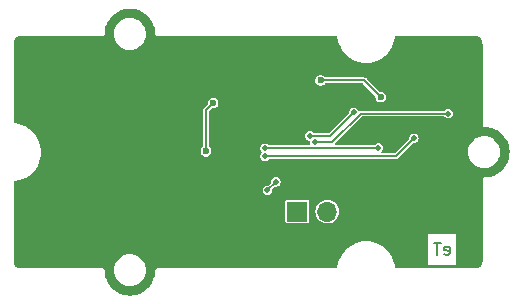
<source format=gbr>
%TF.GenerationSoftware,KiCad,Pcbnew,(6.0.0)*%
%TF.CreationDate,2022-11-23T19:14:59+00:00*%
%TF.ProjectId,Grove-Spectra,47726f76-652d-4537-9065-637472612e6b,A*%
%TF.SameCoordinates,Original*%
%TF.FileFunction,Copper,L2,Bot*%
%TF.FilePolarity,Positive*%
%FSLAX46Y46*%
G04 Gerber Fmt 4.6, Leading zero omitted, Abs format (unit mm)*
G04 Created by KiCad (PCBNEW (6.0.0)) date 2022-11-23 19:14:59*
%MOMM*%
%LPD*%
G01*
G04 APERTURE LIST*
%ADD10C,0.150000*%
%TA.AperFunction,NonConductor*%
%ADD11C,0.150000*%
%TD*%
%TA.AperFunction,ComponentPad*%
%ADD12R,1.700000X1.700000*%
%TD*%
%TA.AperFunction,ComponentPad*%
%ADD13O,1.700000X1.700000*%
%TD*%
%TA.AperFunction,ViaPad*%
%ADD14C,0.600000*%
%TD*%
%TA.AperFunction,ViaPad*%
%ADD15C,0.500000*%
%TD*%
%TA.AperFunction,Conductor*%
%ADD16C,0.200000*%
%TD*%
%TA.AperFunction,Conductor*%
%ADD17C,0.150000*%
%TD*%
G04 APERTURE END LIST*
D10*
D11*
X156890476Y-97204761D02*
X156985714Y-97252380D01*
X157176190Y-97252380D01*
X157271428Y-97204761D01*
X157319047Y-97109523D01*
X157319047Y-96728571D01*
X157271428Y-96633333D01*
X157176190Y-96585714D01*
X156985714Y-96585714D01*
X156890476Y-96633333D01*
X156842857Y-96728571D01*
X156842857Y-96823809D01*
X157319047Y-96919047D01*
X156557142Y-96252380D02*
X155985714Y-96252380D01*
X156271428Y-97252380D02*
X156271428Y-96252380D01*
D12*
%TO.P,J2,1,Pin_1*%
%TO.N,+3V3*%
X144425000Y-93600000D03*
D13*
%TO.P,J2,2,Pin_2*%
%TO.N,/LDR*%
X146965000Y-93600000D03*
%TD*%
D14*
%TO.N,+3V3*%
X137300000Y-84400000D03*
X136700000Y-88500000D03*
%TO.N,GND*%
X145900000Y-85400000D03*
X146300000Y-81400000D03*
X136800000Y-95300000D03*
X154400000Y-89800000D03*
X150200000Y-89500000D03*
%TO.N,+1V8*%
X151500000Y-83900000D03*
X146400000Y-82500000D03*
D15*
%TO.N,/GPIO_0*%
X142615700Y-91084300D03*
X141900000Y-91800000D03*
%TO.N,/GPIO_1*%
X157200000Y-85300000D03*
X145900000Y-87700000D03*
%TO.N,/GPIO_2*%
X149200000Y-85200000D03*
X145494259Y-87192824D03*
%TO.N,SCL*%
X151300000Y-88200000D03*
X141700000Y-88250497D03*
%TO.N,SDA*%
X141700000Y-88900000D03*
X154300000Y-87400000D03*
%TD*%
D16*
%TO.N,+3V3*%
X136700000Y-88500000D02*
X136700000Y-85000000D01*
X136700000Y-85000000D02*
X137300000Y-84400000D01*
%TO.N,+1V8*%
X151500000Y-83900000D02*
X150100000Y-82500000D01*
X150100000Y-82500000D02*
X146400000Y-82500000D01*
D17*
%TO.N,/GPIO_0*%
X141900000Y-91800000D02*
X142615700Y-91084300D01*
D16*
%TO.N,/GPIO_1*%
X149806416Y-85300000D02*
X147406416Y-87700000D01*
X147406416Y-87700000D02*
X145900000Y-87700000D01*
X157200000Y-85300000D02*
X149806416Y-85300000D01*
%TO.N,/GPIO_2*%
X147207176Y-87192824D02*
X149200000Y-85200000D01*
X147207176Y-87192824D02*
X145494259Y-87192824D01*
%TO.N,SCL*%
X141750497Y-88200000D02*
X141700000Y-88250497D01*
X151300000Y-88200000D02*
X141750497Y-88200000D01*
%TO.N,SDA*%
X154300000Y-87400000D02*
X152800000Y-88900000D01*
X152800000Y-88900000D02*
X141700000Y-88900000D01*
%TD*%
%TA.AperFunction,Conductor*%
%TO.N,GND*%
G36*
X130541484Y-76433762D02*
G01*
X130551073Y-76435025D01*
X130814407Y-76487405D01*
X130817385Y-76487997D01*
X130826735Y-76490502D01*
X130960556Y-76535928D01*
X131083865Y-76577786D01*
X131092804Y-76581489D01*
X131336335Y-76701585D01*
X131344718Y-76706425D01*
X131570489Y-76857280D01*
X131578168Y-76863173D01*
X131782318Y-77042207D01*
X131789163Y-77049052D01*
X131968197Y-77253202D01*
X131974090Y-77260881D01*
X132124945Y-77486652D01*
X132129785Y-77495035D01*
X132249881Y-77738566D01*
X132253585Y-77747508D01*
X132340868Y-78004635D01*
X132343373Y-78013985D01*
X132357765Y-78086337D01*
X132396344Y-78280291D01*
X132397608Y-78289886D01*
X132405668Y-78412862D01*
X132413846Y-78537628D01*
X132412915Y-78547077D01*
X132412915Y-78556275D01*
X132410394Y-78565685D01*
X132431199Y-78643330D01*
X132488039Y-78700171D01*
X132526862Y-78710574D01*
X132556275Y-78718455D01*
X132556276Y-78718455D01*
X132565685Y-78720976D01*
X132576019Y-78718207D01*
X132595172Y-78715685D01*
X147750621Y-78715685D01*
X147798187Y-78732998D01*
X147823497Y-78776835D01*
X147824486Y-78785217D01*
X147829103Y-78861540D01*
X147882530Y-79153080D01*
X147970708Y-79436055D01*
X148092353Y-79706338D01*
X148093506Y-79708246D01*
X148093508Y-79708249D01*
X148209728Y-79900500D01*
X148245689Y-79959987D01*
X148428482Y-80193305D01*
X148638065Y-80402888D01*
X148639824Y-80404266D01*
X148828426Y-80552026D01*
X148871383Y-80585681D01*
X148873288Y-80586833D01*
X148873290Y-80586834D01*
X149056009Y-80697291D01*
X149125032Y-80739017D01*
X149395315Y-80860662D01*
X149678290Y-80948840D01*
X149969830Y-81002267D01*
X150265685Y-81020163D01*
X150561540Y-81002267D01*
X150853080Y-80948840D01*
X151136055Y-80860662D01*
X151406338Y-80739017D01*
X151475362Y-80697291D01*
X151658080Y-80586834D01*
X151658082Y-80586833D01*
X151659987Y-80585681D01*
X151702945Y-80552026D01*
X151891546Y-80404266D01*
X151893305Y-80402888D01*
X152102888Y-80193305D01*
X152285681Y-79959987D01*
X152321642Y-79900500D01*
X152437862Y-79708249D01*
X152437864Y-79708246D01*
X152439017Y-79706338D01*
X152560662Y-79436055D01*
X152648840Y-79153080D01*
X152702267Y-78861540D01*
X152706884Y-78785217D01*
X152727037Y-78738783D01*
X152772323Y-78716166D01*
X152780749Y-78715685D01*
X159436198Y-78715685D01*
X159455351Y-78718207D01*
X159465685Y-78720976D01*
X159475097Y-78718454D01*
X159484839Y-78718454D01*
X159484839Y-78719466D01*
X159493498Y-78718819D01*
X159602041Y-78731049D01*
X159618189Y-78734734D01*
X159739848Y-78777304D01*
X159754765Y-78784488D01*
X159841439Y-78838950D01*
X159863893Y-78853059D01*
X159876848Y-78863390D01*
X159967980Y-78954522D01*
X159978311Y-78967477D01*
X160046882Y-79076605D01*
X160054066Y-79091522D01*
X160096636Y-79213181D01*
X160100321Y-79229329D01*
X160112551Y-79337872D01*
X160111904Y-79346531D01*
X160112916Y-79346531D01*
X160112916Y-79356273D01*
X160110394Y-79365685D01*
X160112916Y-79375097D01*
X160113163Y-79376019D01*
X160115685Y-79395172D01*
X160115685Y-86236198D01*
X160113163Y-86255351D01*
X160110394Y-86265685D01*
X160115685Y-86285431D01*
X160131199Y-86343330D01*
X160188039Y-86400171D01*
X160265685Y-86420976D01*
X160275094Y-86418455D01*
X160284293Y-86418455D01*
X160293741Y-86417524D01*
X160541484Y-86433762D01*
X160551073Y-86435025D01*
X160814407Y-86487405D01*
X160817385Y-86487997D01*
X160826735Y-86490502D01*
X160960556Y-86535928D01*
X161083865Y-86577786D01*
X161092804Y-86581489D01*
X161336335Y-86701585D01*
X161344718Y-86706425D01*
X161570489Y-86857280D01*
X161578168Y-86863173D01*
X161782318Y-87042207D01*
X161789163Y-87049052D01*
X161968197Y-87253202D01*
X161974090Y-87260881D01*
X162124945Y-87486652D01*
X162129785Y-87495035D01*
X162249881Y-87738566D01*
X162253584Y-87747505D01*
X162272959Y-87804581D01*
X162340868Y-88004635D01*
X162343373Y-88013985D01*
X162394709Y-88272069D01*
X162396344Y-88280291D01*
X162397608Y-88289886D01*
X162411195Y-88497172D01*
X162415368Y-88560845D01*
X162415368Y-88570521D01*
X162397608Y-88841482D01*
X162396345Y-88851073D01*
X162351895Y-89074540D01*
X162343373Y-89117385D01*
X162340868Y-89126735D01*
X162253585Y-89383862D01*
X162249882Y-89392802D01*
X162234651Y-89423688D01*
X162129785Y-89636335D01*
X162124945Y-89644718D01*
X161974090Y-89870489D01*
X161968197Y-89878168D01*
X161789163Y-90082318D01*
X161782318Y-90089163D01*
X161578168Y-90268197D01*
X161570489Y-90274090D01*
X161344718Y-90424945D01*
X161336335Y-90429785D01*
X161092804Y-90549881D01*
X161083865Y-90553584D01*
X160993358Y-90584307D01*
X160826735Y-90640868D01*
X160817385Y-90643373D01*
X160551073Y-90696345D01*
X160541484Y-90697608D01*
X160293741Y-90713846D01*
X160284293Y-90712915D01*
X160275095Y-90712915D01*
X160265685Y-90710394D01*
X160188040Y-90731199D01*
X160131199Y-90788039D01*
X160128678Y-90797449D01*
X160114289Y-90851150D01*
X160110394Y-90865685D01*
X160112916Y-90875096D01*
X160113163Y-90876019D01*
X160115685Y-90895172D01*
X160115685Y-97736198D01*
X160113163Y-97755351D01*
X160110394Y-97765685D01*
X160112916Y-97775097D01*
X160112916Y-97784839D01*
X160111904Y-97784839D01*
X160112551Y-97793498D01*
X160100321Y-97902041D01*
X160096636Y-97918189D01*
X160054066Y-98039848D01*
X160046882Y-98054765D01*
X160005216Y-98121075D01*
X159978311Y-98163893D01*
X159967980Y-98176848D01*
X159876848Y-98267980D01*
X159863893Y-98278311D01*
X159754765Y-98346882D01*
X159739848Y-98354066D01*
X159618189Y-98396636D01*
X159602041Y-98400321D01*
X159493498Y-98412551D01*
X159484839Y-98411904D01*
X159484839Y-98412916D01*
X159475097Y-98412916D01*
X159465685Y-98410394D01*
X159456273Y-98412916D01*
X159455351Y-98413163D01*
X159436198Y-98415685D01*
X152780749Y-98415685D01*
X152733183Y-98398372D01*
X152707873Y-98354535D01*
X152706884Y-98346153D01*
X152702780Y-98278311D01*
X152702267Y-98269830D01*
X152676642Y-98130000D01*
X155515476Y-98130000D01*
X157884524Y-98130000D01*
X157884524Y-95470000D01*
X155515476Y-95470000D01*
X155515476Y-98130000D01*
X152676642Y-98130000D01*
X152648840Y-97978290D01*
X152560662Y-97695315D01*
X152439017Y-97425032D01*
X152337347Y-97256848D01*
X152286834Y-97173290D01*
X152286833Y-97173288D01*
X152285681Y-97171383D01*
X152102888Y-96938065D01*
X151893305Y-96728482D01*
X151813207Y-96665729D01*
X151661741Y-96547063D01*
X151661739Y-96547062D01*
X151659987Y-96545689D01*
X151658080Y-96544536D01*
X151408249Y-96393508D01*
X151408246Y-96393506D01*
X151406338Y-96392353D01*
X151136055Y-96270708D01*
X150853080Y-96182530D01*
X150561540Y-96129103D01*
X150265685Y-96111207D01*
X149969830Y-96129103D01*
X149678290Y-96182530D01*
X149395315Y-96270708D01*
X149125032Y-96392353D01*
X149123124Y-96393506D01*
X149123121Y-96393508D01*
X148873290Y-96544536D01*
X148871383Y-96545689D01*
X148869631Y-96547062D01*
X148869629Y-96547063D01*
X148718163Y-96665729D01*
X148638065Y-96728482D01*
X148428482Y-96938065D01*
X148245689Y-97171383D01*
X148244537Y-97173288D01*
X148244536Y-97173290D01*
X148194024Y-97256848D01*
X148092353Y-97425032D01*
X147970708Y-97695315D01*
X147882530Y-97978290D01*
X147829103Y-98269830D01*
X147828590Y-98278311D01*
X147824486Y-98346153D01*
X147804333Y-98392587D01*
X147759047Y-98415204D01*
X147750621Y-98415685D01*
X132595172Y-98415685D01*
X132576019Y-98413163D01*
X132575097Y-98412916D01*
X132565685Y-98410394D01*
X132545939Y-98415685D01*
X132488040Y-98431199D01*
X132431199Y-98488039D01*
X132425164Y-98510562D01*
X132410394Y-98565685D01*
X132412915Y-98575094D01*
X132412915Y-98584293D01*
X132413846Y-98593741D01*
X132405507Y-98720976D01*
X132397608Y-98841482D01*
X132396345Y-98851073D01*
X132364004Y-99013663D01*
X132343373Y-99117385D01*
X132340868Y-99126735D01*
X132253585Y-99383862D01*
X132249882Y-99392802D01*
X132234651Y-99423688D01*
X132129785Y-99636335D01*
X132124945Y-99644718D01*
X131974090Y-99870489D01*
X131968197Y-99878168D01*
X131789163Y-100082318D01*
X131782318Y-100089163D01*
X131578168Y-100268197D01*
X131570489Y-100274090D01*
X131344718Y-100424945D01*
X131336335Y-100429785D01*
X131092804Y-100549881D01*
X131083865Y-100553584D01*
X130989310Y-100585681D01*
X130826735Y-100640868D01*
X130817385Y-100643373D01*
X130551073Y-100696345D01*
X130541484Y-100697608D01*
X130270521Y-100715368D01*
X130260849Y-100715368D01*
X129989886Y-100697608D01*
X129980297Y-100696345D01*
X129713985Y-100643373D01*
X129704635Y-100640868D01*
X129542060Y-100585681D01*
X129447505Y-100553584D01*
X129438566Y-100549881D01*
X129195035Y-100429785D01*
X129186652Y-100424945D01*
X128960881Y-100274090D01*
X128953202Y-100268197D01*
X128749052Y-100089163D01*
X128742207Y-100082318D01*
X128563173Y-99878168D01*
X128557280Y-99870489D01*
X128406425Y-99644718D01*
X128401585Y-99636335D01*
X128296719Y-99423688D01*
X128281488Y-99392802D01*
X128277785Y-99383862D01*
X128190502Y-99126735D01*
X128187997Y-99117385D01*
X128167366Y-99013663D01*
X128135025Y-98851073D01*
X128133762Y-98841482D01*
X128125864Y-98720976D01*
X128117524Y-98593741D01*
X128118455Y-98584293D01*
X128118455Y-98575095D01*
X128120976Y-98565685D01*
X128116773Y-98550000D01*
X128894341Y-98550000D01*
X128914937Y-98785408D01*
X128976097Y-99013663D01*
X128977459Y-99016583D01*
X128977459Y-99016584D01*
X129074599Y-99224901D01*
X129074600Y-99224902D01*
X129075965Y-99227829D01*
X129211505Y-99421401D01*
X129378599Y-99588495D01*
X129572171Y-99724035D01*
X129575093Y-99725398D01*
X129575099Y-99725401D01*
X129783416Y-99822541D01*
X129786337Y-99823903D01*
X129789451Y-99824737D01*
X129789450Y-99824737D01*
X130011478Y-99884229D01*
X130011482Y-99884230D01*
X130014592Y-99885063D01*
X130191034Y-99900500D01*
X130308966Y-99900500D01*
X130485408Y-99885063D01*
X130488518Y-99884230D01*
X130488522Y-99884229D01*
X130710550Y-99824737D01*
X130710549Y-99824737D01*
X130713663Y-99823903D01*
X130716584Y-99822541D01*
X130924901Y-99725401D01*
X130924907Y-99725398D01*
X130927829Y-99724035D01*
X131121401Y-99588495D01*
X131288495Y-99421401D01*
X131424035Y-99227830D01*
X131425398Y-99224908D01*
X131425401Y-99224902D01*
X131522541Y-99016584D01*
X131522541Y-99016583D01*
X131523903Y-99013663D01*
X131585063Y-98785408D01*
X131605659Y-98550000D01*
X131585063Y-98314592D01*
X131577149Y-98285054D01*
X131524737Y-98089450D01*
X131523903Y-98086337D01*
X131509182Y-98054768D01*
X131425401Y-97875099D01*
X131425398Y-97875093D01*
X131424035Y-97872171D01*
X131288495Y-97678599D01*
X131121401Y-97511505D01*
X130927829Y-97375965D01*
X130924907Y-97374602D01*
X130924901Y-97374599D01*
X130716584Y-97277459D01*
X130716583Y-97277459D01*
X130713663Y-97276097D01*
X130641824Y-97256848D01*
X130488522Y-97215771D01*
X130488518Y-97215770D01*
X130485408Y-97214937D01*
X130308966Y-97199500D01*
X130191034Y-97199500D01*
X130014592Y-97214937D01*
X130011482Y-97215770D01*
X130011478Y-97215771D01*
X129858176Y-97256848D01*
X129786337Y-97276097D01*
X129783417Y-97277459D01*
X129783416Y-97277459D01*
X129575099Y-97374599D01*
X129575093Y-97374602D01*
X129572171Y-97375965D01*
X129378599Y-97511505D01*
X129211505Y-97678599D01*
X129075965Y-97872170D01*
X129074602Y-97875092D01*
X129074599Y-97875098D01*
X128990818Y-98054768D01*
X128976097Y-98086337D01*
X128975263Y-98089450D01*
X128922852Y-98285054D01*
X128914937Y-98314592D01*
X128894341Y-98550000D01*
X128116773Y-98550000D01*
X128100171Y-98488040D01*
X128043331Y-98431199D01*
X128004508Y-98420796D01*
X127975095Y-98412915D01*
X127975094Y-98412915D01*
X127965685Y-98410394D01*
X127955427Y-98413143D01*
X127955351Y-98413163D01*
X127936198Y-98415685D01*
X121095172Y-98415685D01*
X121076019Y-98413163D01*
X121075097Y-98412916D01*
X121065685Y-98410394D01*
X121056273Y-98412916D01*
X121046531Y-98412916D01*
X121046531Y-98411904D01*
X121037872Y-98412551D01*
X120929329Y-98400321D01*
X120913181Y-98396636D01*
X120791522Y-98354066D01*
X120776605Y-98346882D01*
X120667477Y-98278311D01*
X120654522Y-98267980D01*
X120563390Y-98176848D01*
X120553059Y-98163893D01*
X120526154Y-98121075D01*
X120484488Y-98054765D01*
X120477304Y-98039848D01*
X120434734Y-97918189D01*
X120431049Y-97902041D01*
X120418819Y-97793498D01*
X120419466Y-97784839D01*
X120418454Y-97784839D01*
X120418454Y-97775097D01*
X120420976Y-97765685D01*
X120418207Y-97755351D01*
X120415685Y-97736198D01*
X120415685Y-94464820D01*
X143424500Y-94464820D01*
X143433233Y-94508722D01*
X143466496Y-94558504D01*
X143516278Y-94591767D01*
X143523424Y-94593188D01*
X143523425Y-94593189D01*
X143556610Y-94599790D01*
X143556611Y-94599790D01*
X143560180Y-94600500D01*
X145289820Y-94600500D01*
X145293389Y-94599790D01*
X145293390Y-94599790D01*
X145326575Y-94593189D01*
X145326576Y-94593188D01*
X145333722Y-94591767D01*
X145383504Y-94558504D01*
X145416767Y-94508722D01*
X145425500Y-94464820D01*
X145425500Y-93585963D01*
X145959757Y-93585963D01*
X145960060Y-93589572D01*
X145960060Y-93589574D01*
X145963293Y-93628071D01*
X145976175Y-93781483D01*
X146030258Y-93970091D01*
X146031911Y-93973307D01*
X146118288Y-94141380D01*
X146118291Y-94141385D01*
X146119944Y-94144601D01*
X146241818Y-94298369D01*
X146391238Y-94425535D01*
X146394400Y-94427302D01*
X146559354Y-94519492D01*
X146559358Y-94519494D01*
X146562513Y-94521257D01*
X146565949Y-94522374D01*
X146565955Y-94522376D01*
X146658496Y-94552444D01*
X146749118Y-94581889D01*
X146809541Y-94589094D01*
X146940346Y-94604692D01*
X146940349Y-94604692D01*
X146943946Y-94605121D01*
X147013228Y-94599790D01*
X147135965Y-94590346D01*
X147135966Y-94590346D01*
X147139576Y-94590068D01*
X147328556Y-94537303D01*
X147331783Y-94535673D01*
X147500455Y-94450471D01*
X147500458Y-94450469D01*
X147503689Y-94448837D01*
X147658303Y-94328040D01*
X147786509Y-94179511D01*
X147788292Y-94176372D01*
X147788295Y-94176368D01*
X147834967Y-94094210D01*
X147883425Y-94008909D01*
X147895269Y-93973307D01*
X147944215Y-93826168D01*
X147945358Y-93822732D01*
X147950130Y-93784962D01*
X147969691Y-93630115D01*
X147969691Y-93630111D01*
X147969949Y-93628071D01*
X147970341Y-93600000D01*
X147951194Y-93404728D01*
X147894484Y-93216894D01*
X147802370Y-93043653D01*
X147678361Y-92891602D01*
X147527180Y-92766535D01*
X147512814Y-92758767D01*
X147357768Y-92674934D01*
X147354585Y-92673213D01*
X147351135Y-92672145D01*
X147351130Y-92672143D01*
X147232841Y-92635527D01*
X147167152Y-92615193D01*
X146972019Y-92594683D01*
X146776618Y-92612466D01*
X146773145Y-92613488D01*
X146773146Y-92613488D01*
X146591864Y-92666842D01*
X146591860Y-92666844D01*
X146588393Y-92667864D01*
X146497115Y-92715583D01*
X146417719Y-92757090D01*
X146417716Y-92757092D01*
X146414512Y-92758767D01*
X146411694Y-92761033D01*
X146411692Y-92761034D01*
X146264419Y-92879444D01*
X146264416Y-92879447D01*
X146261600Y-92881711D01*
X146135480Y-93032016D01*
X146040956Y-93203954D01*
X146039864Y-93207397D01*
X146039863Y-93207399D01*
X146035753Y-93220357D01*
X145981628Y-93390978D01*
X145981225Y-93394574D01*
X145981224Y-93394577D01*
X145972311Y-93474039D01*
X145959757Y-93585963D01*
X145425500Y-93585963D01*
X145425500Y-92735180D01*
X145416767Y-92691278D01*
X145383504Y-92641496D01*
X145333722Y-92608233D01*
X145326576Y-92606812D01*
X145326575Y-92606811D01*
X145293390Y-92600210D01*
X145293389Y-92600210D01*
X145289820Y-92599500D01*
X143560180Y-92599500D01*
X143556611Y-92600210D01*
X143556610Y-92600210D01*
X143523425Y-92606811D01*
X143523424Y-92606812D01*
X143516278Y-92608233D01*
X143466496Y-92641496D01*
X143433233Y-92691278D01*
X143424500Y-92735180D01*
X143424500Y-94464820D01*
X120415685Y-94464820D01*
X120415685Y-91800000D01*
X141494508Y-91800000D01*
X141495419Y-91805752D01*
X141513442Y-91919549D01*
X141513443Y-91919552D01*
X141514354Y-91925304D01*
X141516999Y-91930495D01*
X141517000Y-91930498D01*
X141569304Y-92033150D01*
X141569306Y-92033152D01*
X141571950Y-92038342D01*
X141661658Y-92128050D01*
X141666848Y-92130694D01*
X141666850Y-92130696D01*
X141769502Y-92183000D01*
X141769505Y-92183001D01*
X141774696Y-92185646D01*
X141780448Y-92186557D01*
X141780451Y-92186558D01*
X141894248Y-92204581D01*
X141900000Y-92205492D01*
X141905752Y-92204581D01*
X142019549Y-92186558D01*
X142019552Y-92186557D01*
X142025304Y-92185646D01*
X142030495Y-92183001D01*
X142030498Y-92183000D01*
X142133150Y-92130696D01*
X142133152Y-92130694D01*
X142138342Y-92128050D01*
X142228050Y-92038342D01*
X142230694Y-92033152D01*
X142230696Y-92033150D01*
X142283000Y-91930498D01*
X142283001Y-91930495D01*
X142285646Y-91925304D01*
X142286557Y-91919552D01*
X142286558Y-91919549D01*
X142304581Y-91805752D01*
X142305492Y-91800000D01*
X142299551Y-91762492D01*
X142309209Y-91712805D01*
X142320314Y-91698591D01*
X142514291Y-91504614D01*
X142560167Y-91483222D01*
X142578189Y-91483851D01*
X142615700Y-91489792D01*
X142621452Y-91488881D01*
X142735249Y-91470858D01*
X142735252Y-91470857D01*
X142741004Y-91469946D01*
X142746195Y-91467301D01*
X142746198Y-91467300D01*
X142848850Y-91414996D01*
X142848852Y-91414994D01*
X142854042Y-91412350D01*
X142943750Y-91322642D01*
X142946394Y-91317452D01*
X142946396Y-91317450D01*
X142998700Y-91214798D01*
X142998701Y-91214795D01*
X143001346Y-91209604D01*
X143002257Y-91203852D01*
X143002258Y-91203849D01*
X143020281Y-91090052D01*
X143020281Y-91090050D01*
X143021192Y-91084300D01*
X143009597Y-91011090D01*
X143002258Y-90964751D01*
X143002257Y-90964748D01*
X143001346Y-90958996D01*
X142998700Y-90953802D01*
X142946396Y-90851150D01*
X142946394Y-90851148D01*
X142943750Y-90845958D01*
X142854042Y-90756250D01*
X142848852Y-90753606D01*
X142848850Y-90753604D01*
X142746198Y-90701300D01*
X142746195Y-90701299D01*
X142741004Y-90698654D01*
X142735252Y-90697743D01*
X142735249Y-90697742D01*
X142621452Y-90679719D01*
X142615700Y-90678808D01*
X142609948Y-90679719D01*
X142496151Y-90697742D01*
X142496148Y-90697743D01*
X142490396Y-90698654D01*
X142485205Y-90701299D01*
X142485202Y-90701300D01*
X142382550Y-90753604D01*
X142382548Y-90753606D01*
X142377358Y-90756250D01*
X142287650Y-90845958D01*
X142285006Y-90851148D01*
X142285004Y-90851150D01*
X142232700Y-90953802D01*
X142230054Y-90958996D01*
X142229143Y-90964748D01*
X142229142Y-90964751D01*
X142221803Y-91011090D01*
X142210208Y-91084300D01*
X142216149Y-91121808D01*
X142206491Y-91171495D01*
X142195386Y-91185709D01*
X142001409Y-91379686D01*
X141955533Y-91401078D01*
X141937511Y-91400449D01*
X141900000Y-91394508D01*
X141894248Y-91395419D01*
X141780451Y-91413442D01*
X141780448Y-91413443D01*
X141774696Y-91414354D01*
X141769505Y-91416999D01*
X141769502Y-91417000D01*
X141666850Y-91469304D01*
X141666848Y-91469306D01*
X141661658Y-91471950D01*
X141571950Y-91561658D01*
X141569306Y-91566848D01*
X141569304Y-91566850D01*
X141517000Y-91669502D01*
X141514354Y-91674696D01*
X141513443Y-91680448D01*
X141513442Y-91680451D01*
X141500448Y-91762494D01*
X141494508Y-91800000D01*
X120415685Y-91800000D01*
X120415685Y-91080749D01*
X120432998Y-91033183D01*
X120476835Y-91007873D01*
X120485217Y-91006884D01*
X120499012Y-91006049D01*
X120561540Y-91002267D01*
X120853080Y-90948840D01*
X121136055Y-90860662D01*
X121406338Y-90739017D01*
X121423443Y-90728677D01*
X121658080Y-90586834D01*
X121658082Y-90586833D01*
X121659987Y-90585681D01*
X121702945Y-90552026D01*
X121813207Y-90465641D01*
X121893305Y-90402888D01*
X122102888Y-90193305D01*
X122285681Y-89959987D01*
X122321642Y-89900500D01*
X122437862Y-89708249D01*
X122437864Y-89708246D01*
X122439017Y-89706338D01*
X122560662Y-89436055D01*
X122648840Y-89153080D01*
X122691975Y-88917700D01*
X122701863Y-88863745D01*
X122701863Y-88863744D01*
X122702267Y-88861540D01*
X122720163Y-88565685D01*
X122715853Y-88494440D01*
X136244901Y-88494440D01*
X136245584Y-88499663D01*
X136245584Y-88499666D01*
X136259423Y-88605492D01*
X136261633Y-88622394D01*
X136313605Y-88740510D01*
X136396639Y-88839291D01*
X136504060Y-88910796D01*
X136509092Y-88912368D01*
X136509094Y-88912369D01*
X136544714Y-88923497D01*
X136627233Y-88949278D01*
X136632501Y-88949375D01*
X136632504Y-88949375D01*
X136686552Y-88950365D01*
X136756255Y-88951643D01*
X136761338Y-88950257D01*
X136761340Y-88950257D01*
X136875671Y-88919086D01*
X136880755Y-88917700D01*
X136909582Y-88900000D01*
X141294508Y-88900000D01*
X141295419Y-88905752D01*
X141313442Y-89019549D01*
X141313443Y-89019552D01*
X141314354Y-89025304D01*
X141316999Y-89030495D01*
X141317000Y-89030498D01*
X141369304Y-89133150D01*
X141369306Y-89133152D01*
X141371950Y-89138342D01*
X141461658Y-89228050D01*
X141466848Y-89230694D01*
X141466850Y-89230696D01*
X141569502Y-89283000D01*
X141569505Y-89283001D01*
X141574696Y-89285646D01*
X141580448Y-89286557D01*
X141580451Y-89286558D01*
X141694248Y-89304581D01*
X141700000Y-89305492D01*
X141705752Y-89304581D01*
X141819549Y-89286558D01*
X141819552Y-89286557D01*
X141825304Y-89285646D01*
X141830495Y-89283001D01*
X141830498Y-89283000D01*
X141933150Y-89230696D01*
X141933152Y-89230694D01*
X141938342Y-89228050D01*
X141994218Y-89172174D01*
X142040094Y-89150782D01*
X142046544Y-89150500D01*
X152768038Y-89150500D01*
X152782475Y-89151922D01*
X152800000Y-89155408D01*
X152897741Y-89135966D01*
X152918424Y-89122146D01*
X152927536Y-89116057D01*
X152927537Y-89116056D01*
X152980601Y-89080601D01*
X152990530Y-89065741D01*
X152999733Y-89054527D01*
X153504260Y-88550000D01*
X158894341Y-88550000D01*
X158914937Y-88785408D01*
X158915770Y-88788518D01*
X158915771Y-88788522D01*
X158948534Y-88910796D01*
X158976097Y-89013663D01*
X158977459Y-89016583D01*
X158977459Y-89016584D01*
X159074599Y-89224901D01*
X159074600Y-89224902D01*
X159075965Y-89227829D01*
X159211505Y-89421401D01*
X159378599Y-89588495D01*
X159381247Y-89590349D01*
X159381248Y-89590350D01*
X159546897Y-89706338D01*
X159572171Y-89724035D01*
X159575093Y-89725398D01*
X159575099Y-89725401D01*
X159783416Y-89822541D01*
X159786337Y-89823903D01*
X159789451Y-89824737D01*
X159789450Y-89824737D01*
X160011478Y-89884229D01*
X160011482Y-89884230D01*
X160014592Y-89885063D01*
X160191034Y-89900500D01*
X160308966Y-89900500D01*
X160485408Y-89885063D01*
X160488518Y-89884230D01*
X160488522Y-89884229D01*
X160710550Y-89824737D01*
X160710549Y-89824737D01*
X160713663Y-89823903D01*
X160716584Y-89822541D01*
X160924901Y-89725401D01*
X160924907Y-89725398D01*
X160927829Y-89724035D01*
X160953103Y-89706338D01*
X161118752Y-89590350D01*
X161118753Y-89590349D01*
X161121401Y-89588495D01*
X161288495Y-89421401D01*
X161424035Y-89227830D01*
X161425398Y-89224908D01*
X161425401Y-89224902D01*
X161522541Y-89016584D01*
X161522541Y-89016583D01*
X161523903Y-89013663D01*
X161551466Y-88910796D01*
X161584229Y-88788522D01*
X161584230Y-88788518D01*
X161585063Y-88785408D01*
X161605659Y-88550000D01*
X161585063Y-88314592D01*
X161577149Y-88285054D01*
X161524737Y-88089450D01*
X161523903Y-88086337D01*
X161491732Y-88017347D01*
X161425401Y-87875099D01*
X161425398Y-87875093D01*
X161424035Y-87872171D01*
X161418271Y-87863939D01*
X161290350Y-87681248D01*
X161290349Y-87681247D01*
X161288495Y-87678599D01*
X161121401Y-87511505D01*
X161097880Y-87495035D01*
X160930477Y-87377819D01*
X160930476Y-87377818D01*
X160927829Y-87375965D01*
X160924907Y-87374602D01*
X160924901Y-87374599D01*
X160716584Y-87277459D01*
X160716583Y-87277459D01*
X160713663Y-87276097D01*
X160628217Y-87253202D01*
X160488522Y-87215771D01*
X160488518Y-87215770D01*
X160485408Y-87214937D01*
X160308966Y-87199500D01*
X160191034Y-87199500D01*
X160014592Y-87214937D01*
X160011482Y-87215770D01*
X160011478Y-87215771D01*
X159871783Y-87253202D01*
X159786337Y-87276097D01*
X159783417Y-87277459D01*
X159783416Y-87277459D01*
X159575099Y-87374599D01*
X159575093Y-87374602D01*
X159572171Y-87375965D01*
X159569524Y-87377818D01*
X159569523Y-87377819D01*
X159402121Y-87495035D01*
X159378599Y-87511505D01*
X159211505Y-87678599D01*
X159112811Y-87819549D01*
X159097158Y-87841904D01*
X159075965Y-87872170D01*
X159074602Y-87875092D01*
X159074599Y-87875098D01*
X158983947Y-88069502D01*
X158976097Y-88086337D01*
X158975263Y-88089450D01*
X158922852Y-88285054D01*
X158914937Y-88314592D01*
X158894341Y-88550000D01*
X153504260Y-88550000D01*
X154229112Y-87825148D01*
X154274988Y-87803756D01*
X154293016Y-87804386D01*
X154300000Y-87805492D01*
X154305752Y-87804581D01*
X154419549Y-87786558D01*
X154419552Y-87786557D01*
X154425304Y-87785646D01*
X154430495Y-87783001D01*
X154430498Y-87783000D01*
X154533150Y-87730696D01*
X154533152Y-87730694D01*
X154538342Y-87728050D01*
X154628050Y-87638342D01*
X154630694Y-87633152D01*
X154630696Y-87633150D01*
X154683000Y-87530498D01*
X154683001Y-87530495D01*
X154685646Y-87525304D01*
X154686557Y-87519552D01*
X154686558Y-87519549D01*
X154704581Y-87405752D01*
X154704581Y-87405749D01*
X154705492Y-87400000D01*
X154692525Y-87318128D01*
X154686558Y-87280451D01*
X154686557Y-87280448D01*
X154685646Y-87274696D01*
X154676552Y-87256848D01*
X154630696Y-87166850D01*
X154630694Y-87166848D01*
X154628050Y-87161658D01*
X154538342Y-87071950D01*
X154533152Y-87069306D01*
X154533150Y-87069304D01*
X154430498Y-87017000D01*
X154430495Y-87016999D01*
X154425304Y-87014354D01*
X154419552Y-87013443D01*
X154419549Y-87013442D01*
X154305752Y-86995419D01*
X154300000Y-86994508D01*
X154294248Y-86995419D01*
X154180451Y-87013442D01*
X154180448Y-87013443D01*
X154174696Y-87014354D01*
X154169505Y-87016999D01*
X154169502Y-87017000D01*
X154066850Y-87069304D01*
X154066848Y-87069306D01*
X154061658Y-87071950D01*
X153971950Y-87161658D01*
X153969306Y-87166848D01*
X153969304Y-87166850D01*
X153923448Y-87256848D01*
X153914354Y-87274696D01*
X153913443Y-87280448D01*
X153913442Y-87280451D01*
X153907475Y-87318128D01*
X153894508Y-87400000D01*
X153895419Y-87405749D01*
X153895614Y-87406980D01*
X153895419Y-87407984D01*
X153895419Y-87411576D01*
X153894721Y-87411576D01*
X153885959Y-87456670D01*
X153874852Y-87470888D01*
X152717914Y-88627826D01*
X152672038Y-88649218D01*
X152665588Y-88649500D01*
X151595544Y-88649500D01*
X151547978Y-88632187D01*
X151522668Y-88588350D01*
X151531458Y-88538500D01*
X151543218Y-88523174D01*
X151628050Y-88438342D01*
X151630694Y-88433152D01*
X151630696Y-88433150D01*
X151683000Y-88330498D01*
X151683001Y-88330495D01*
X151685646Y-88325304D01*
X151686557Y-88319552D01*
X151686558Y-88319549D01*
X151704581Y-88205752D01*
X151705492Y-88200000D01*
X151694737Y-88132092D01*
X151686558Y-88080451D01*
X151686557Y-88080448D01*
X151685646Y-88074696D01*
X151683000Y-88069502D01*
X151630696Y-87966850D01*
X151630694Y-87966848D01*
X151628050Y-87961658D01*
X151538342Y-87871950D01*
X151533152Y-87869306D01*
X151533150Y-87869304D01*
X151430498Y-87817000D01*
X151430495Y-87816999D01*
X151425304Y-87814354D01*
X151419552Y-87813443D01*
X151419549Y-87813442D01*
X151305752Y-87795419D01*
X151300000Y-87794508D01*
X151294248Y-87795419D01*
X151180451Y-87813442D01*
X151180448Y-87813443D01*
X151174696Y-87814354D01*
X151169505Y-87816999D01*
X151169502Y-87817000D01*
X151066850Y-87869304D01*
X151066848Y-87869306D01*
X151061658Y-87871950D01*
X151005782Y-87927826D01*
X150959906Y-87949218D01*
X150953456Y-87949500D01*
X147689828Y-87949500D01*
X147642262Y-87932187D01*
X147616952Y-87888350D01*
X147625742Y-87838500D01*
X147637502Y-87823174D01*
X148756947Y-86703730D01*
X149888503Y-85572174D01*
X149934379Y-85550782D01*
X149940829Y-85550500D01*
X156853456Y-85550500D01*
X156901022Y-85567813D01*
X156905782Y-85572174D01*
X156961658Y-85628050D01*
X156966848Y-85630694D01*
X156966850Y-85630696D01*
X157069502Y-85683000D01*
X157069505Y-85683001D01*
X157074696Y-85685646D01*
X157080448Y-85686557D01*
X157080451Y-85686558D01*
X157194248Y-85704581D01*
X157200000Y-85705492D01*
X157205752Y-85704581D01*
X157319549Y-85686558D01*
X157319552Y-85686557D01*
X157325304Y-85685646D01*
X157330495Y-85683001D01*
X157330498Y-85683000D01*
X157433150Y-85630696D01*
X157433152Y-85630694D01*
X157438342Y-85628050D01*
X157528050Y-85538342D01*
X157530694Y-85533152D01*
X157530696Y-85533150D01*
X157583000Y-85430498D01*
X157583001Y-85430495D01*
X157585646Y-85425304D01*
X157586557Y-85419552D01*
X157586558Y-85419549D01*
X157604581Y-85305752D01*
X157605492Y-85300000D01*
X157598631Y-85256678D01*
X157586558Y-85180451D01*
X157586557Y-85180448D01*
X157585646Y-85174696D01*
X157583000Y-85169502D01*
X157530696Y-85066850D01*
X157530694Y-85066848D01*
X157528050Y-85061658D01*
X157438342Y-84971950D01*
X157433152Y-84969306D01*
X157433150Y-84969304D01*
X157330498Y-84917000D01*
X157330495Y-84916999D01*
X157325304Y-84914354D01*
X157319552Y-84913443D01*
X157319549Y-84913442D01*
X157205752Y-84895419D01*
X157200000Y-84894508D01*
X157194248Y-84895419D01*
X157080451Y-84913442D01*
X157080448Y-84913443D01*
X157074696Y-84914354D01*
X157069505Y-84916999D01*
X157069502Y-84917000D01*
X156966850Y-84969304D01*
X156966848Y-84969306D01*
X156961658Y-84971950D01*
X156905782Y-85027826D01*
X156859906Y-85049218D01*
X156853456Y-85049500D01*
X149838382Y-85049500D01*
X149823947Y-85048078D01*
X149806416Y-85044591D01*
X149799268Y-85046013D01*
X149715823Y-85062612D01*
X149715822Y-85062613D01*
X149708676Y-85064034D01*
X149702616Y-85068083D01*
X149682081Y-85081804D01*
X149632912Y-85093835D01*
X149587514Y-85071447D01*
X149575035Y-85053871D01*
X149547586Y-85000000D01*
X149528050Y-84961658D01*
X149438342Y-84871950D01*
X149433152Y-84869306D01*
X149433150Y-84869304D01*
X149330498Y-84817000D01*
X149330495Y-84816999D01*
X149325304Y-84814354D01*
X149319552Y-84813443D01*
X149319549Y-84813442D01*
X149205752Y-84795419D01*
X149200000Y-84794508D01*
X149194248Y-84795419D01*
X149080451Y-84813442D01*
X149080448Y-84813443D01*
X149074696Y-84814354D01*
X149069505Y-84816999D01*
X149069502Y-84817000D01*
X148966850Y-84869304D01*
X148966848Y-84869306D01*
X148961658Y-84871950D01*
X148871950Y-84961658D01*
X148869306Y-84966848D01*
X148869304Y-84966850D01*
X148817000Y-85069502D01*
X148814354Y-85074696D01*
X148813443Y-85080448D01*
X148813442Y-85080451D01*
X148799338Y-85169502D01*
X148794508Y-85200000D01*
X148795419Y-85205752D01*
X148795419Y-85205757D01*
X148795614Y-85206989D01*
X148795419Y-85207992D01*
X148795419Y-85211577D01*
X148794722Y-85211577D01*
X148785954Y-85256678D01*
X148774851Y-85270888D01*
X147125090Y-86920650D01*
X147079214Y-86942042D01*
X147072764Y-86942324D01*
X145840803Y-86942324D01*
X145793237Y-86925011D01*
X145788477Y-86920650D01*
X145732601Y-86864774D01*
X145727411Y-86862130D01*
X145727409Y-86862128D01*
X145624757Y-86809824D01*
X145624754Y-86809823D01*
X145619563Y-86807178D01*
X145613811Y-86806267D01*
X145613808Y-86806266D01*
X145500011Y-86788243D01*
X145494259Y-86787332D01*
X145488507Y-86788243D01*
X145374710Y-86806266D01*
X145374707Y-86806267D01*
X145368955Y-86807178D01*
X145363764Y-86809823D01*
X145363761Y-86809824D01*
X145261109Y-86862128D01*
X145261107Y-86862130D01*
X145255917Y-86864774D01*
X145166209Y-86954482D01*
X145163565Y-86959672D01*
X145163563Y-86959674D01*
X145111259Y-87062326D01*
X145108613Y-87067520D01*
X145107702Y-87073272D01*
X145107701Y-87073275D01*
X145093703Y-87161658D01*
X145088767Y-87192824D01*
X145089678Y-87198576D01*
X145107701Y-87312373D01*
X145107702Y-87312376D01*
X145108613Y-87318128D01*
X145111258Y-87323319D01*
X145111259Y-87323322D01*
X145163563Y-87425974D01*
X145163565Y-87425976D01*
X145166209Y-87431166D01*
X145255917Y-87520874D01*
X145261107Y-87523518D01*
X145261109Y-87523520D01*
X145363761Y-87575824D01*
X145363764Y-87575825D01*
X145368955Y-87578470D01*
X145374707Y-87579381D01*
X145374710Y-87579382D01*
X145437124Y-87589267D01*
X145481397Y-87613808D01*
X145499537Y-87661065D01*
X145498637Y-87673929D01*
X145494508Y-87700000D01*
X145495419Y-87705752D01*
X145513442Y-87819549D01*
X145513443Y-87819552D01*
X145514354Y-87825304D01*
X145522813Y-87841906D01*
X145528983Y-87892145D01*
X145501414Y-87934598D01*
X145456879Y-87949500D01*
X141996047Y-87949500D01*
X141948481Y-87932187D01*
X141943721Y-87927826D01*
X141938342Y-87922447D01*
X141933152Y-87919803D01*
X141933150Y-87919801D01*
X141830498Y-87867497D01*
X141830495Y-87867496D01*
X141825304Y-87864851D01*
X141819552Y-87863940D01*
X141819549Y-87863939D01*
X141705752Y-87845916D01*
X141700000Y-87845005D01*
X141694248Y-87845916D01*
X141580451Y-87863939D01*
X141580448Y-87863940D01*
X141574696Y-87864851D01*
X141569505Y-87867496D01*
X141569502Y-87867497D01*
X141466850Y-87919801D01*
X141466848Y-87919803D01*
X141461658Y-87922447D01*
X141371950Y-88012155D01*
X141369306Y-88017345D01*
X141369304Y-88017347D01*
X141317000Y-88119999D01*
X141314354Y-88125193D01*
X141313443Y-88130945D01*
X141313442Y-88130948D01*
X141303417Y-88194248D01*
X141294508Y-88250497D01*
X141295419Y-88256249D01*
X141313442Y-88370046D01*
X141313443Y-88370049D01*
X141314354Y-88375801D01*
X141316999Y-88380992D01*
X141317000Y-88380995D01*
X141369304Y-88483647D01*
X141369306Y-88483649D01*
X141371950Y-88488839D01*
X141406034Y-88522923D01*
X141427426Y-88568799D01*
X141414325Y-88617694D01*
X141406036Y-88627572D01*
X141371950Y-88661658D01*
X141369306Y-88666848D01*
X141369304Y-88666850D01*
X141322650Y-88758414D01*
X141314354Y-88774696D01*
X141313443Y-88780448D01*
X141313442Y-88780451D01*
X141302399Y-88850179D01*
X141294508Y-88900000D01*
X136909582Y-88900000D01*
X136990724Y-88850179D01*
X137077322Y-88754507D01*
X137133588Y-88638375D01*
X137154997Y-88511120D01*
X137155133Y-88500000D01*
X137151148Y-88472174D01*
X137137586Y-88377472D01*
X137137585Y-88377469D01*
X137136839Y-88372259D01*
X137132247Y-88362159D01*
X137085610Y-88259586D01*
X137085608Y-88259583D01*
X137083428Y-88254788D01*
X137076003Y-88246170D01*
X137002633Y-88161020D01*
X137002632Y-88161019D01*
X136999193Y-88157028D01*
X136994774Y-88154164D01*
X136994772Y-88154162D01*
X136984251Y-88147343D01*
X136953752Y-88106943D01*
X136950500Y-88085246D01*
X136950500Y-85134412D01*
X136967813Y-85086846D01*
X136972174Y-85082086D01*
X137183144Y-84871116D01*
X137229020Y-84849724D01*
X137236826Y-84849454D01*
X137266305Y-84849994D01*
X137356255Y-84851643D01*
X137361338Y-84850257D01*
X137361340Y-84850257D01*
X137475671Y-84819086D01*
X137480755Y-84817700D01*
X137590724Y-84750179D01*
X137677322Y-84654507D01*
X137733588Y-84538375D01*
X137754997Y-84411120D01*
X137755133Y-84400000D01*
X137742952Y-84314943D01*
X137737586Y-84277472D01*
X137737585Y-84277469D01*
X137736839Y-84272259D01*
X137723177Y-84242211D01*
X137685610Y-84159586D01*
X137685608Y-84159583D01*
X137683428Y-84154788D01*
X137679099Y-84149763D01*
X137602633Y-84061020D01*
X137602632Y-84061019D01*
X137599193Y-84057028D01*
X137594774Y-84054164D01*
X137594772Y-84054162D01*
X137495329Y-83989708D01*
X137495330Y-83989708D01*
X137490906Y-83986841D01*
X137485857Y-83985331D01*
X137485855Y-83985330D01*
X137372326Y-83951377D01*
X137372325Y-83951377D01*
X137367273Y-83949866D01*
X137301771Y-83949466D01*
X137243501Y-83949110D01*
X137243500Y-83949110D01*
X137238231Y-83949078D01*
X137114155Y-83984539D01*
X137005019Y-84053399D01*
X137001531Y-84057348D01*
X137001529Y-84057350D01*
X136998288Y-84061020D01*
X136919596Y-84150122D01*
X136917357Y-84154891D01*
X136917355Y-84154894D01*
X136879626Y-84235256D01*
X136864754Y-84266932D01*
X136844901Y-84394440D01*
X136852479Y-84452390D01*
X136841480Y-84501798D01*
X136831430Y-84514310D01*
X136545473Y-84800267D01*
X136534259Y-84809470D01*
X136526950Y-84814354D01*
X136519399Y-84819399D01*
X136499435Y-84849278D01*
X136464034Y-84902259D01*
X136462613Y-84909404D01*
X136462612Y-84909406D01*
X136449352Y-84976069D01*
X136444592Y-85000000D01*
X136446014Y-85007149D01*
X136448078Y-85017525D01*
X136449500Y-85031962D01*
X136449500Y-88084526D01*
X136432187Y-88132092D01*
X136414993Y-88147106D01*
X136405019Y-88153399D01*
X136401530Y-88157349D01*
X136401527Y-88157352D01*
X136398288Y-88161020D01*
X136319596Y-88250122D01*
X136317357Y-88254891D01*
X136317355Y-88254894D01*
X136289327Y-88314592D01*
X136264754Y-88366932D01*
X136244901Y-88494440D01*
X122715853Y-88494440D01*
X122702267Y-88269830D01*
X122699511Y-88254788D01*
X122682327Y-88161020D01*
X122648840Y-87978290D01*
X122560662Y-87695315D01*
X122439017Y-87425032D01*
X122420408Y-87394248D01*
X122286834Y-87173290D01*
X122286833Y-87173288D01*
X122285681Y-87171383D01*
X122102888Y-86938065D01*
X121893305Y-86728482D01*
X121705682Y-86581489D01*
X121661741Y-86547063D01*
X121661739Y-86547062D01*
X121659987Y-86545689D01*
X121658080Y-86544536D01*
X121408249Y-86393508D01*
X121408246Y-86393506D01*
X121406338Y-86392353D01*
X121136055Y-86270708D01*
X120853080Y-86182530D01*
X120561540Y-86129103D01*
X120499012Y-86125321D01*
X120485217Y-86124486D01*
X120438783Y-86104333D01*
X120416166Y-86059047D01*
X120415685Y-86050621D01*
X120415685Y-82494440D01*
X145944901Y-82494440D01*
X145961633Y-82622394D01*
X146013605Y-82740510D01*
X146096639Y-82839291D01*
X146204060Y-82910796D01*
X146209092Y-82912368D01*
X146209094Y-82912369D01*
X146244714Y-82923497D01*
X146327233Y-82949278D01*
X146332501Y-82949375D01*
X146332504Y-82949375D01*
X146386552Y-82950365D01*
X146456255Y-82951643D01*
X146461338Y-82950257D01*
X146461340Y-82950257D01*
X146575671Y-82919086D01*
X146580755Y-82917700D01*
X146690724Y-82850179D01*
X146758918Y-82774840D01*
X146803673Y-82751193D01*
X146813780Y-82750500D01*
X149965588Y-82750500D01*
X150013154Y-82767813D01*
X150017914Y-82772174D01*
X151031162Y-83785422D01*
X151052554Y-83831298D01*
X151051955Y-83849132D01*
X151044901Y-83894440D01*
X151045584Y-83899663D01*
X151045584Y-83899666D01*
X151057359Y-83989708D01*
X151061633Y-84022394D01*
X151113605Y-84140510D01*
X151196639Y-84239291D01*
X151304060Y-84310796D01*
X151309092Y-84312368D01*
X151309094Y-84312369D01*
X151344714Y-84323497D01*
X151427233Y-84349278D01*
X151432501Y-84349375D01*
X151432504Y-84349375D01*
X151486552Y-84350365D01*
X151556255Y-84351643D01*
X151561338Y-84350257D01*
X151561340Y-84350257D01*
X151675671Y-84319086D01*
X151680755Y-84317700D01*
X151790724Y-84250179D01*
X151877322Y-84154507D01*
X151933588Y-84038375D01*
X151948367Y-83950527D01*
X151954522Y-83913944D01*
X151954522Y-83913943D01*
X151954997Y-83911120D01*
X151955133Y-83900000D01*
X151942530Y-83811997D01*
X151937586Y-83777472D01*
X151937585Y-83777469D01*
X151936839Y-83772259D01*
X151883428Y-83654788D01*
X151799193Y-83557028D01*
X151794774Y-83554164D01*
X151794772Y-83554162D01*
X151695329Y-83489708D01*
X151695330Y-83489708D01*
X151690906Y-83486841D01*
X151685857Y-83485331D01*
X151685855Y-83485330D01*
X151572326Y-83451377D01*
X151572325Y-83451377D01*
X151567273Y-83449866D01*
X151438231Y-83449078D01*
X151438240Y-83447586D01*
X151395118Y-83438259D01*
X151382230Y-83427970D01*
X150299733Y-82345473D01*
X150290530Y-82334259D01*
X150284651Y-82325460D01*
X150284650Y-82325459D01*
X150280601Y-82319399D01*
X150227536Y-82283943D01*
X150197741Y-82264034D01*
X150100000Y-82244592D01*
X150092851Y-82246014D01*
X150082475Y-82248078D01*
X150068038Y-82249500D01*
X146812791Y-82249500D01*
X146765225Y-82232187D01*
X146756731Y-82223804D01*
X146702633Y-82161020D01*
X146702632Y-82161019D01*
X146699193Y-82157028D01*
X146694774Y-82154164D01*
X146694772Y-82154162D01*
X146595329Y-82089708D01*
X146595330Y-82089708D01*
X146590906Y-82086841D01*
X146585857Y-82085331D01*
X146585855Y-82085330D01*
X146472326Y-82051377D01*
X146472325Y-82051377D01*
X146467273Y-82049866D01*
X146401771Y-82049466D01*
X146343501Y-82049110D01*
X146343500Y-82049110D01*
X146338231Y-82049078D01*
X146214155Y-82084539D01*
X146105019Y-82153399D01*
X146101531Y-82157348D01*
X146101529Y-82157350D01*
X146098288Y-82161020D01*
X146019596Y-82250122D01*
X146017357Y-82254891D01*
X146017355Y-82254894D01*
X145984225Y-82325460D01*
X145964754Y-82366932D01*
X145944901Y-82494440D01*
X120415685Y-82494440D01*
X120415685Y-79395172D01*
X120418207Y-79376019D01*
X120418454Y-79375097D01*
X120420976Y-79365685D01*
X120418454Y-79356273D01*
X120418454Y-79346531D01*
X120419466Y-79346531D01*
X120418819Y-79337872D01*
X120431049Y-79229329D01*
X120434734Y-79213181D01*
X120477304Y-79091522D01*
X120484488Y-79076605D01*
X120553059Y-78967477D01*
X120563390Y-78954522D01*
X120654522Y-78863390D01*
X120667477Y-78853059D01*
X120689931Y-78838950D01*
X120776605Y-78784488D01*
X120791522Y-78777304D01*
X120913181Y-78734734D01*
X120929329Y-78731049D01*
X121037872Y-78718819D01*
X121046531Y-78719466D01*
X121046531Y-78718454D01*
X121056273Y-78718454D01*
X121065685Y-78720976D01*
X121075097Y-78718454D01*
X121076019Y-78718207D01*
X121095172Y-78715685D01*
X127936198Y-78715685D01*
X127955351Y-78718207D01*
X127965685Y-78720976D01*
X127975094Y-78718455D01*
X127975095Y-78718455D01*
X128004508Y-78710574D01*
X128043331Y-78700171D01*
X128100171Y-78643331D01*
X128120976Y-78565685D01*
X128118455Y-78556276D01*
X128118455Y-78550000D01*
X128894341Y-78550000D01*
X128914937Y-78785408D01*
X128976097Y-79013663D01*
X128977459Y-79016583D01*
X128977459Y-79016584D01*
X129074599Y-79224901D01*
X129074600Y-79224902D01*
X129075965Y-79227829D01*
X129077818Y-79230476D01*
X129077819Y-79230477D01*
X129186319Y-79385431D01*
X129211505Y-79421401D01*
X129378599Y-79588495D01*
X129381247Y-79590349D01*
X129381248Y-79590350D01*
X129546897Y-79706338D01*
X129572171Y-79724035D01*
X129575093Y-79725398D01*
X129575099Y-79725401D01*
X129783416Y-79822541D01*
X129786337Y-79823903D01*
X129789451Y-79824737D01*
X129789450Y-79824737D01*
X130011478Y-79884229D01*
X130011482Y-79884230D01*
X130014592Y-79885063D01*
X130191034Y-79900500D01*
X130308966Y-79900500D01*
X130485408Y-79885063D01*
X130488518Y-79884230D01*
X130488522Y-79884229D01*
X130710550Y-79824737D01*
X130710549Y-79824737D01*
X130713663Y-79823903D01*
X130716584Y-79822541D01*
X130924901Y-79725401D01*
X130924907Y-79725398D01*
X130927829Y-79724035D01*
X130953103Y-79706338D01*
X131118752Y-79590350D01*
X131118753Y-79590349D01*
X131121401Y-79588495D01*
X131288495Y-79421401D01*
X131424035Y-79227830D01*
X131425398Y-79224908D01*
X131425401Y-79224902D01*
X131522541Y-79016584D01*
X131522541Y-79016583D01*
X131523903Y-79013663D01*
X131585063Y-78785408D01*
X131605659Y-78550000D01*
X131585063Y-78314592D01*
X131577149Y-78285054D01*
X131524737Y-78089450D01*
X131523903Y-78086337D01*
X131522541Y-78083416D01*
X131425401Y-77875099D01*
X131425398Y-77875093D01*
X131424035Y-77872171D01*
X131422180Y-77869522D01*
X131290350Y-77681248D01*
X131290349Y-77681247D01*
X131288495Y-77678599D01*
X131121401Y-77511505D01*
X131097880Y-77495035D01*
X130930477Y-77377819D01*
X130930476Y-77377818D01*
X130927829Y-77375965D01*
X130924907Y-77374602D01*
X130924901Y-77374599D01*
X130716584Y-77277459D01*
X130716583Y-77277459D01*
X130713663Y-77276097D01*
X130628217Y-77253202D01*
X130488522Y-77215771D01*
X130488518Y-77215770D01*
X130485408Y-77214937D01*
X130308966Y-77199500D01*
X130191034Y-77199500D01*
X130014592Y-77214937D01*
X130011482Y-77215770D01*
X130011478Y-77215771D01*
X129871783Y-77253202D01*
X129786337Y-77276097D01*
X129783417Y-77277459D01*
X129783416Y-77277459D01*
X129575099Y-77374599D01*
X129575093Y-77374602D01*
X129572171Y-77375965D01*
X129569524Y-77377818D01*
X129569523Y-77377819D01*
X129402121Y-77495035D01*
X129378599Y-77511505D01*
X129211505Y-77678599D01*
X129075965Y-77872170D01*
X129074602Y-77875092D01*
X129074599Y-77875098D01*
X129074599Y-77875099D01*
X128976097Y-78086337D01*
X128975263Y-78089450D01*
X128922852Y-78285054D01*
X128914937Y-78314592D01*
X128894341Y-78550000D01*
X128118455Y-78550000D01*
X128118455Y-78547077D01*
X128117524Y-78537628D01*
X128125702Y-78412862D01*
X128133762Y-78289886D01*
X128135026Y-78280291D01*
X128173606Y-78086337D01*
X128187997Y-78013985D01*
X128190502Y-78004635D01*
X128277785Y-77747508D01*
X128281489Y-77738566D01*
X128401585Y-77495035D01*
X128406425Y-77486652D01*
X128557280Y-77260881D01*
X128563173Y-77253202D01*
X128742207Y-77049052D01*
X128749052Y-77042207D01*
X128953202Y-76863173D01*
X128960881Y-76857280D01*
X129186652Y-76706425D01*
X129195035Y-76701585D01*
X129438566Y-76581489D01*
X129447505Y-76577786D01*
X129570814Y-76535928D01*
X129704635Y-76490502D01*
X129713985Y-76487997D01*
X129716963Y-76487405D01*
X129980297Y-76435025D01*
X129989886Y-76433762D01*
X130260849Y-76416002D01*
X130270521Y-76416002D01*
X130541484Y-76433762D01*
G37*
%TD.AperFunction*%
%TD*%
M02*

</source>
